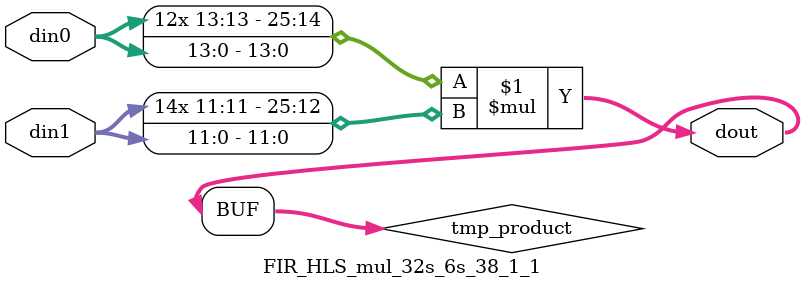
<source format=v>

`timescale 1 ns / 1 ps

 module FIR_HLS_mul_32s_6s_38_1_1(din0, din1, dout);
parameter ID = 1;
parameter NUM_STAGE = 0;
parameter din0_WIDTH = 14;
parameter din1_WIDTH = 12;
parameter dout_WIDTH = 26;

input [din0_WIDTH - 1 : 0] din0; 
input [din1_WIDTH - 1 : 0] din1; 
output [dout_WIDTH - 1 : 0] dout;

wire signed [dout_WIDTH - 1 : 0] tmp_product;



























assign tmp_product = $signed(din0) * $signed(din1);








assign dout = tmp_product;





















endmodule

</source>
